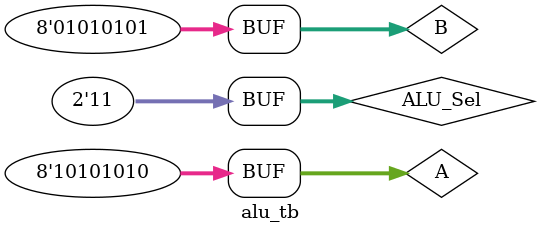
<source format=v>
module alu( A,B, ALU_Sel, ALU_Result);

  input [7:0] A,B;

  input [1:0] ALU_Sel;

  output reg [7:0] ALU_Result;

  always @(*) begin

    case(ALU_Sel)

      2'b00:ALU_Result = A + B ;

      2'b01:ALU_Result = A - B ;

      2'b10:ALU_Result = A/B;

      2'b00:ALU_Result = (A & B);

      default:ALU_Result = 8'bX;

    endcase

  end

endmodule
// Code your testbench here
// or browse Examples
module alu_tb;
  reg [7:0] A,B ;
  reg [1:0] ALU_Sel;
  
  wire [7:0] ALU_Result;
  
  alu alu1(A, B, ALU_Sel, ALU_Result);
  
  initial 
    begin
      A=8'b0011_0011; B= 8'b0000_0100;ALU_Sel = 2'b00;
    #50  A=8'b1111_1111; B=8'b0000_0001;ALU_Sel = 2'b01;
    #50 A=8'b1111_0000; B=8'b0000_1111;ALU_Sel = 2'b10;
    #50 A=8'b1010_1010; B=8'b0101_0101;ALU_Sel = 2'b11;  
    end
  
  initial
   $monitor("Time = %0t | A = %b, B = %b, ALU_Sel = %b, ALU_Result = %b",
             $time, A, B, ALU_Sel, ALU_Result);

                initial 
                  begin
                  $dumpfile ("dump.vcd"); $dumpvars;
                end
      endmodule

</source>
